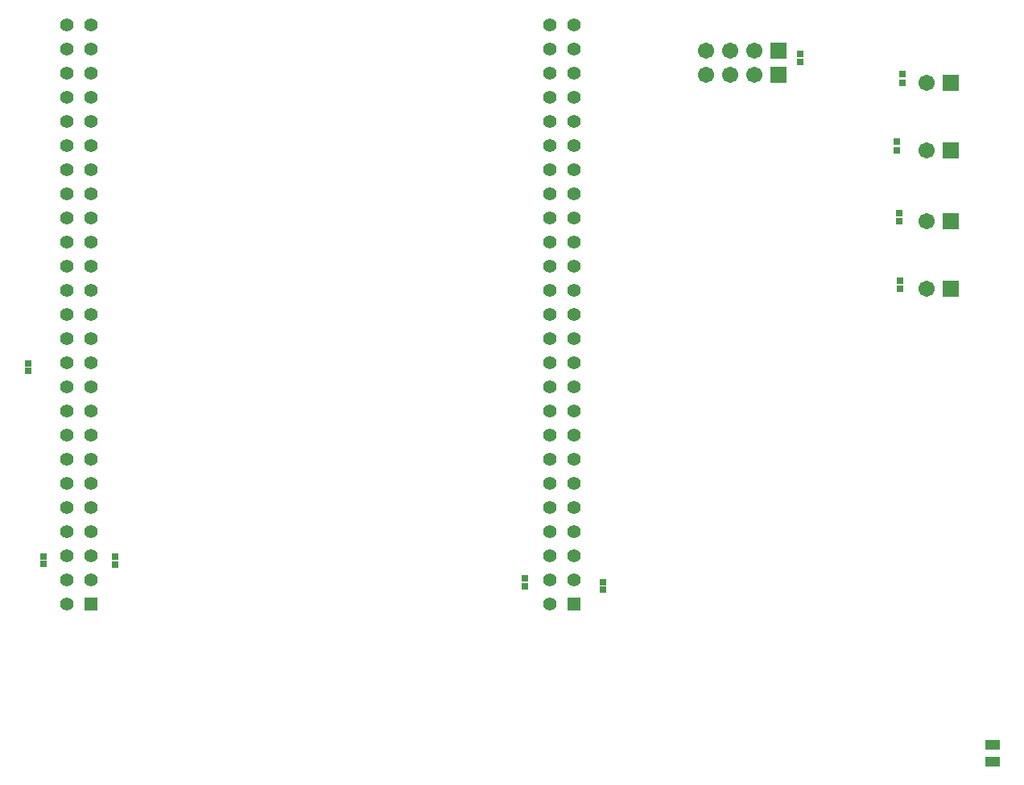
<source format=gts>
G04*
G04 #@! TF.GenerationSoftware,Altium Limited,Altium NEXUS,1.1.6 (48)*
G04*
G04 Layer_Color=8388736*
%FSLAX25Y25*%
%MOIN*%
G70*
G01*
G75*
%ADD14R,0.05918X0.04147*%
%ADD15R,0.02965X0.02572*%
%ADD16R,0.02847X0.02847*%
%ADD17C,0.05525*%
%ADD18O,0.05524X0.05525*%
%ADD19R,0.05525X0.05525*%
%ADD20C,0.06706*%
%ADD21R,0.06706X0.06706*%
D14*
X1204789Y85360D02*
D03*
Y92053D02*
D03*
D15*
X1167421Y370079D02*
D03*
Y366535D02*
D03*
X1165256Y338583D02*
D03*
Y342126D02*
D03*
X1166437Y281102D02*
D03*
Y284646D02*
D03*
X1166240Y309154D02*
D03*
Y312697D02*
D03*
D16*
X841504Y170140D02*
D03*
Y166990D02*
D03*
X1125228Y375262D02*
D03*
Y378412D02*
D03*
X1011004Y161140D02*
D03*
Y157990D02*
D03*
X1043406Y156496D02*
D03*
Y159646D02*
D03*
X805315Y247146D02*
D03*
Y250295D02*
D03*
X811713Y167126D02*
D03*
Y170276D02*
D03*
D17*
X1021504Y390565D02*
D03*
X1031504D02*
D03*
X1021504Y380565D02*
D03*
X1031504D02*
D03*
X1021504Y370565D02*
D03*
X1031504D02*
D03*
X1021504Y360565D02*
D03*
X1031504D02*
D03*
X1021504Y350565D02*
D03*
X1031504D02*
D03*
X1021504Y340565D02*
D03*
X1031504D02*
D03*
X1021504Y330565D02*
D03*
X1031504D02*
D03*
X1021504Y320565D02*
D03*
X1031504D02*
D03*
X1021504Y310565D02*
D03*
X1031504D02*
D03*
X1021504Y300565D02*
D03*
X1031504D02*
D03*
X1021504Y290565D02*
D03*
X1031504D02*
D03*
X1021504Y280565D02*
D03*
X1031504D02*
D03*
X1021504Y270565D02*
D03*
Y260565D02*
D03*
X1031504D02*
D03*
X1021504Y250565D02*
D03*
X1031504D02*
D03*
X1021504Y240565D02*
D03*
X1031504D02*
D03*
X1021504Y230565D02*
D03*
X1031504D02*
D03*
X1021504Y220565D02*
D03*
X1031504D02*
D03*
X1021504Y210565D02*
D03*
X1031504D02*
D03*
X1021504Y200565D02*
D03*
X1031504D02*
D03*
X1021504Y190565D02*
D03*
X1031504D02*
D03*
X1021504Y180565D02*
D03*
X1031504D02*
D03*
X1021504Y170565D02*
D03*
X1031504D02*
D03*
X1021504Y160565D02*
D03*
X1031504D02*
D03*
X1021504Y150565D02*
D03*
X821504D02*
D03*
X831504Y160565D02*
D03*
X821504D02*
D03*
X831504Y170565D02*
D03*
X821504D02*
D03*
X831504Y180565D02*
D03*
X821504D02*
D03*
X831504Y190565D02*
D03*
X821504D02*
D03*
X831504Y200565D02*
D03*
X821504D02*
D03*
X831504Y210565D02*
D03*
X821504D02*
D03*
X831504Y220565D02*
D03*
X821504D02*
D03*
X831504Y230565D02*
D03*
X821504D02*
D03*
X831504Y240565D02*
D03*
X821504D02*
D03*
X831504Y250565D02*
D03*
X821504D02*
D03*
X831504Y260565D02*
D03*
X821504D02*
D03*
X831504Y270565D02*
D03*
X821504D02*
D03*
X831504Y280565D02*
D03*
X821504D02*
D03*
X831504Y290565D02*
D03*
X821504D02*
D03*
X831504Y300565D02*
D03*
X821504D02*
D03*
X831504Y310565D02*
D03*
X821504D02*
D03*
X831504Y320565D02*
D03*
X821504D02*
D03*
X831504Y330565D02*
D03*
X821504D02*
D03*
X831504Y340565D02*
D03*
X821504D02*
D03*
X831504Y350565D02*
D03*
X821504D02*
D03*
X831504Y360565D02*
D03*
X821504D02*
D03*
X831504Y370565D02*
D03*
X821504D02*
D03*
X831504Y380565D02*
D03*
X821504D02*
D03*
X831504Y390565D02*
D03*
X821504D02*
D03*
D18*
X1031504Y270565D02*
D03*
D19*
Y150565D02*
D03*
X831504D02*
D03*
D20*
X1086228Y379837D02*
D03*
X1096228D02*
D03*
X1106228D02*
D03*
Y369837D02*
D03*
X1096228D02*
D03*
X1086228D02*
D03*
X1177323Y338484D02*
D03*
Y366437D02*
D03*
Y281201D02*
D03*
Y309252D02*
D03*
D21*
X1116228Y379837D02*
D03*
Y369837D02*
D03*
X1187323Y338484D02*
D03*
Y366437D02*
D03*
Y281201D02*
D03*
Y309252D02*
D03*
M02*

</source>
